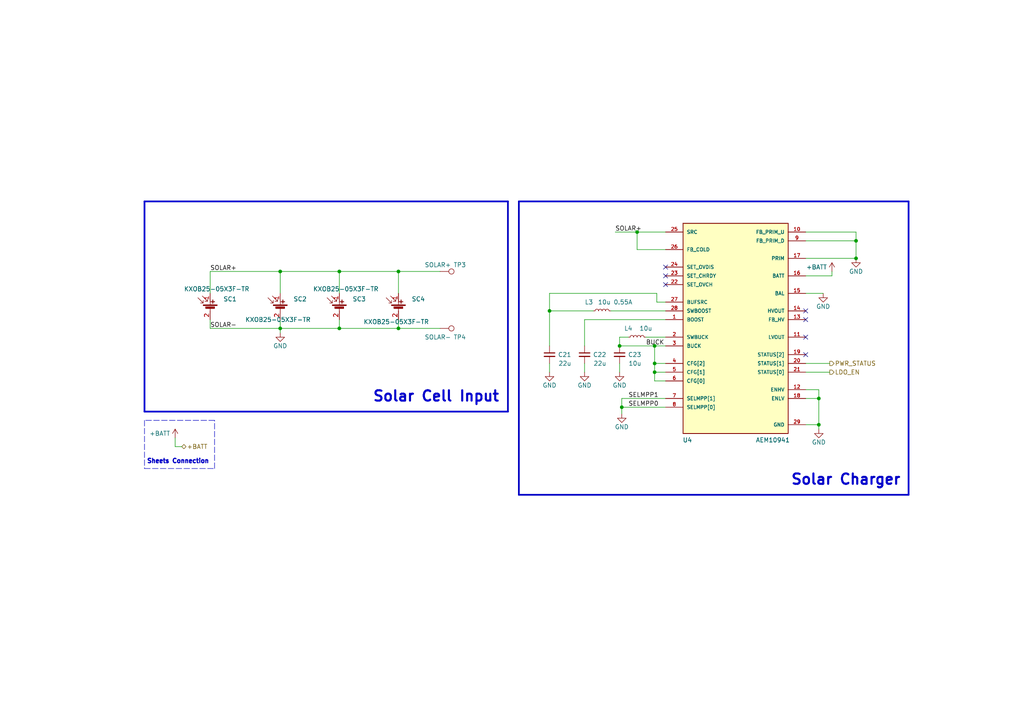
<source format=kicad_sch>
(kicad_sch (version 20231120) (generator "eeschema") (generator_version "8.0")
  (paper "A4")
  (title_block (title "Solar Power") (date "2024-04-06") (rev "5") (company "Teapot Laboratories"))
  (lib_symbols
    (symbol "Connector:TestPoint" (pin_numbers hide) (pin_names (offset 0.762) hide)
      (property "Reference" "TP" (at 0 6.858 0))
      (property "Value" "TestPoint" (at 0 5.08 0))
      (symbol "TestPoint_0_1"
        (circle (center 0 3.302) (radius 0.762))
      )
      (symbol "TestPoint_1_1"
        (pin passive line (at 0 0 90) (length 2.54) (name "1") (number "1"))
      )
    )
    (symbol "Device:C_Small" (pin_numbers hide) (pin_names (offset 0.254) hide)
      (property "Reference" "C" (at 0.254 1.778 0))
      (property "Value" "C_Small" (at 0.254 -2.032 0))
      (symbol "C_Small_0_1"
        (polyline (pts (xy -1.524 -0.508) (xy 1.524 -0.508)) (stroke (width 0.3302)))
        (polyline (pts (xy -1.524 0.508) (xy 1.524 0.508)) (stroke (width 0.3048)))
      )
      (symbol "C_Small_1_1"
        (pin passive line (at 0 2.54 270) (length 2.032) (name "~") (number "1"))
        (pin passive line (at 0 -2.54 90) (length 2.032) (name "~") (number "2"))
      )
    )
    (symbol "Device:L_Small" (pin_numbers hide) (pin_names (offset 0.254) hide)
      (property "Reference" "L" (at 0.762 1.016 0))
      (property "Value" "L_Small" (at 0.762 -1.016 0))
      (symbol "L_Small_0_1"
        (arc (start 0 -2.032) (mid 0.5058 -1.524) (end 0 -1.016))
        (arc (start 0 -1.016) (mid 0.5058 -0.508) (end 0 0))
        (arc (start 0 0) (mid 0.5058 0.508) (end 0 1.016))
        (arc (start 0 1.016) (mid 0.5058 1.524) (end 0 2.032))
      )
      (symbol "L_Small_1_1"
        (pin passive line (at 0 2.54 270) (length 0.508) (name "~") (number "1"))
        (pin passive line (at 0 -2.54 90) (length 0.508) (name "~") (number "2"))
      )
    )
    (symbol "Solar_Cell_1" (pin_names (offset 0) hide)
      (property "Reference" "SC" (at 2.54 2.54 0))
      (property "Value" "Solar_Cell_1" (at 2.54 0 0))
      (symbol "Solar_Cell_1_0_1"
        (rectangle (start -2.032 1.778) (end 2.032 1.524) (fill (type outline)))
        (rectangle (start -1.3208 1.1938) (end 1.27 0.6858) (fill (type outline)))
        (polyline (pts (xy -2.032 2.286) (xy -3.556 3.81)))
        (polyline (pts (xy -0.762 2.794) (xy -2.286 4.318)))
        (polyline (pts (xy 0 0.762) (xy 0 0)))
        (polyline (pts (xy 0 1.778) (xy 0 2.54)))
        (polyline (pts (xy 0.254 2.667) (xy 1.27 2.667)) (stroke (width 0.254)))
        (polyline (pts (xy 0.762 3.175) (xy 0.762 2.159)) (stroke (width 0.254)))
        (polyline (pts (xy -2.032 3.048) (xy -2.032 2.286) (xy -2.794 2.286)))
        (polyline (pts (xy -0.762 3.556) (xy -0.762 2.794) (xy -1.524 2.794)))
      )
      (symbol "Solar_Cell_1_1_1"
        (pin passive line (at 0 5.08 270) (length 2.54) (name "+") (number "1"))
        (pin passive line (at 0 -2.54 90) (length 2.54) (name "-") (number "2"))
      )
    )
    (symbol "atlas:AEM10941-QFN" (pin_names (offset 1.016))
      (property "Reference" "U" (at -15.24 31.242 0))
      (property "Value" "AEM10941" (at -20.32 -33.02 0))
      (property "Part Number" "AEM10941" (at 0 0 0))
      (symbol "AEM10941-QFN_0_0"
        (rectangle (start -15.24 30.48) (end 15.24 -30.48) (stroke (width 0.254)) (fill (type background)))
        (pin output line (at -20.32 2.54 0) (length 5.08) (name "BOOST") (number "1"))
        (pin bidirectional line (at 20.32 27.94 180) (length 5.08) (name "FB_PRIM_U") (number "10"))
        (pin output line (at 20.32 -2.54 180) (length 5.08) (name "LVOUT") (number "11"))
        (pin input line (at 20.32 -17.78 180) (length 5.08) (name "ENHV") (number "12"))
        (pin bidirectional line (at 20.32 2.54 180) (length 5.08) (name "FB_HV") (number "13"))
        (pin output line (at 20.32 5.08 180) (length 5.08) (name "HVOUT") (number "14"))
        (pin bidirectional line (at 20.32 10.16 180) (length 5.08) (name "BAL") (number "15"))
        (pin output line (at 20.32 15.24 180) (length 5.08) (name "BATT") (number "16"))
        (pin bidirectional line (at 20.32 20.32 180) (length 5.08) (name "PRIM") (number "17"))
        (pin input line (at 20.32 -20.32 180) (length 5.08) (name "ENLV") (number "18"))
        (pin output line (at 20.32 -7.62 180) (length 5.08) (name "STATUS[2]") (number "19"))
        (pin bidirectional line (at -20.32 -2.54 0) (length 5.08) (name "SWBUCK") (number "2"))
        (pin output line (at 20.32 -10.16 180) (length 5.08) (name "STATUS[1]") (number "20"))
        (pin output line (at 20.32 -12.7 180) (length 5.08) (name "STATUS[0]") (number "21"))
        (pin bidirectional line (at -20.32 12.7 0) (length 5.08) (name "SET_OVCH") (number "22"))
        (pin bidirectional line (at -20.32 15.24 0) (length 5.08) (name "SET_CHRDY") (number "23"))
        (pin bidirectional line (at -20.32 17.78 0) (length 5.08) (name "SET_OVDIS") (number "24"))
        (pin input line (at -20.32 27.94 0) (length 5.08) (name "SRC") (number "25"))
        (pin bidirectional line (at -20.32 22.86 0) (length 5.08) (name "FB_COLD") (number "26"))
        (pin bidirectional line (at -20.32 7.62 0) (length 5.08) (name "BUFSRC") (number "27"))
        (pin bidirectional line (at -20.32 5.08 0) (length 5.08) (name "SWBOOST") (number "28"))
        (pin power_in line (at 20.32 -27.94 180) (length 5.08) (name "GND") (number "29"))
        (pin output line (at -20.32 -5.08 0) (length 5.08) (name "BUCK") (number "3"))
        (pin bidirectional line (at -20.32 -10.16 0) (length 5.08) (name "CFG[2]") (number "4"))
        (pin bidirectional line (at -20.32 -12.7 0) (length 5.08) (name "CFG[1]") (number "5"))
        (pin bidirectional line (at -20.32 -15.24 0) (length 5.08) (name "CFG[0]") (number "6"))
        (pin bidirectional line (at -20.32 -20.32 0) (length 5.08) (name "SELMPP[1]") (number "7"))
        (pin bidirectional line (at -20.32 -22.86 0) (length 5.08) (name "SELMPP[0]") (number "8"))
        (pin bidirectional line (at 20.32 25.4 180) (length 5.08) (name "FB_PRIM_D") (number "9"))
      )
    )
    (symbol "power:+BATT" (power) (pin_names (offset 0))
      (property "Value" "+BATT" (at 0 3.556 0))
      (symbol "+BATT_0_1"
        (polyline (pts (xy -0.762 1.27) (xy 0 2.54)))
        (polyline (pts (xy 0 0) (xy 0 2.54)))
        (polyline (pts (xy 0 2.54) (xy 0.762 1.27)))
      )
      (symbol "+BATT_1_1"
        (pin power_in line (at 0 0 90) (length 0) hide (name "+BATT") (number "1"))
      )
    )
    (symbol "power:GND" (power) (pin_names (offset 0))
      (property "Value" "GND" (at 0 -3.81 0))
      (symbol "GND_0_1"
        (polyline (pts (xy 0 0) (xy 0 -1.27) (xy 1.27 -1.27) (xy 0 -2.54) (xy -1.27 -1.27) (xy 0 -1.27)))
      )
      (symbol "GND_1_1"
        (pin power_in line (at 0 0 270) (length 0) hide (name "GND") (number "1"))
      )
    )
  )
  (junction (at 98.425 78.74))
  (junction (at 184.785 67.31))
  (junction (at 115.57 95.25))
  (junction (at 180.34 118.11))
  (junction (at 81.28 78.74))
  (junction (at 189.865 100.33))
  (junction (at 248.285 74.93))
  (junction (at 189.865 105.41))
  (junction (at 237.49 123.19))
  (junction (at 237.49 115.57))
  (junction (at 98.425 95.25))
  (junction (at 248.285 69.85))
  (junction (at 189.865 107.95))
  (junction (at 81.28 95.25))
  (junction (at 179.705 100.33))
  (junction (at 159.385 90.17))
  (junction (at 115.57 78.74))
  (no_connect (at 233.68 97.79))
  (no_connect (at 193.04 77.47))
  (no_connect (at 193.04 80.01))
  (no_connect (at 193.04 82.55))
  (no_connect (at 233.68 102.87))
  (no_connect (at 233.68 90.17))
  (no_connect (at 233.68 92.71))
  (wire (pts (xy 179.705 100.33) (xy 189.865 100.33)))
  (wire (pts (xy 233.68 67.31) (xy 248.285 67.31)))
  (wire (pts (xy 193.04 87.63) (xy 190.5 87.63)))
  (polyline (pts (xy 263.525 58.42) (xy 263.525 143.51)) (stroke (width 0.5)))
  (wire (pts (xy 98.425 78.74) (xy 98.425 85.09)))
  (wire (pts (xy 184.785 72.39) (xy 193.04 72.39)))
  (polyline (pts (xy 62.23 121.92) (xy 41.91 121.92)) (stroke (width 0) (type dash)))
  (wire (pts (xy 189.865 110.49) (xy 193.04 110.49)))
  (wire (pts (xy 81.28 92.71) (xy 81.28 95.25)))
  (wire (pts (xy 190.5 85.09) (xy 159.385 85.09)))
  (wire (pts (xy 184.785 67.31) (xy 193.04 67.31)))
  (wire (pts (xy 169.545 92.71) (xy 169.545 100.33)))
  (wire (pts (xy 233.68 115.57) (xy 237.49 115.57)))
  (wire (pts (xy 233.68 105.41) (xy 240.665 105.41)))
  (wire (pts (xy 178.435 67.31) (xy 184.785 67.31)))
  (wire (pts (xy 169.545 105.41) (xy 169.545 107.95)))
  (wire (pts (xy 189.865 100.33) (xy 193.04 100.33)))
  (wire (pts (xy 241.3 80.01) (xy 241.3 78.74)))
  (polyline (pts (xy 62.23 135.89) (xy 62.23 121.92)) (stroke (width 0) (type dash)))
  (polyline (pts (xy 41.91 58.42) (xy 41.91 119.38)) (stroke (width 0.5)))
  (wire (pts (xy 60.96 78.74) (xy 81.28 78.74)))
  (wire (pts (xy 81.28 95.25) (xy 81.28 96.52)))
  (wire (pts (xy 237.49 123.19) (xy 237.49 124.46)))
  (wire (pts (xy 115.57 92.71) (xy 115.57 95.25)))
  (wire (pts (xy 98.425 92.71) (xy 98.425 95.25)))
  (wire (pts (xy 115.57 78.74) (xy 115.57 85.09)))
  (wire (pts (xy 81.28 95.25) (xy 98.425 95.25)))
  (wire (pts (xy 248.285 69.85) (xy 248.285 74.93)))
  (wire (pts (xy 98.425 95.25) (xy 115.57 95.25)))
  (wire (pts (xy 98.425 78.74) (xy 115.57 78.74)))
  (wire (pts (xy 189.865 100.33) (xy 189.865 105.41)))
  (wire (pts (xy 187.325 97.79) (xy 193.04 97.79)))
  (wire (pts (xy 81.28 78.74) (xy 98.425 78.74)))
  (wire (pts (xy 159.385 105.41) (xy 159.385 107.95)))
  (wire (pts (xy 233.68 85.09) (xy 238.76 85.09)))
  (wire (pts (xy 60.96 95.25) (xy 81.28 95.25)))
  (wire (pts (xy 189.865 110.49) (xy 189.865 107.95)))
  (wire (pts (xy 180.34 118.11) (xy 193.04 118.11)))
  (polyline (pts (xy 147.32 58.42) (xy 147.32 119.38)) (stroke (width 0.5)))
  (wire (pts (xy 189.865 105.41) (xy 193.04 105.41)))
  (wire (pts (xy 189.865 107.95) (xy 193.04 107.95)))
  (wire (pts (xy 233.68 123.19) (xy 237.49 123.19)))
  (wire (pts (xy 159.385 90.17) (xy 159.385 100.33)))
  (wire (pts (xy 177.165 90.17) (xy 193.04 90.17)))
  (wire (pts (xy 233.68 74.93) (xy 248.285 74.93)))
  (wire (pts (xy 237.49 115.57) (xy 237.49 123.19)))
  (wire (pts (xy 248.285 67.31) (xy 248.285 69.85)))
  (wire (pts (xy 233.68 69.85) (xy 248.285 69.85)))
  (wire (pts (xy 60.96 78.74) (xy 60.96 85.09)))
  (wire (pts (xy 233.68 80.01) (xy 241.3 80.01)))
  (polyline (pts (xy 150.495 58.42) (xy 150.495 143.51)) (stroke (width 0.5)))
  (polyline (pts (xy 41.91 58.42) (xy 147.32 58.42)) (stroke (width 0.5)))
  (wire (pts (xy 233.68 107.95) (xy 240.665 107.95)))
  (wire (pts (xy 81.28 78.74) (xy 81.28 85.09)))
  (wire (pts (xy 50.8 129.54) (xy 52.705 129.54)))
  (polyline (pts (xy 263.525 58.42) (xy 150.495 58.42)) (stroke (width 0.5)))
  (wire (pts (xy 190.5 87.63) (xy 190.5 85.09)))
  (wire (pts (xy 179.705 105.41) (xy 179.705 107.95)))
  (polyline (pts (xy 41.91 121.92) (xy 41.91 135.89)) (stroke (width 0) (type dash)))
  (wire (pts (xy 179.705 97.79) (xy 179.705 100.33)))
  (wire (pts (xy 115.57 95.25) (xy 127.635 95.25)))
  (wire (pts (xy 237.49 113.03) (xy 237.49 115.57)))
  (wire (pts (xy 159.385 85.09) (xy 159.385 90.17)))
  (wire (pts (xy 115.57 78.74) (xy 127.635 78.74)))
  (wire (pts (xy 182.245 97.79) (xy 179.705 97.79)))
  (wire (pts (xy 180.34 115.57) (xy 180.34 118.11)))
  (wire (pts (xy 50.8 127) (xy 50.8 129.54)))
  (wire (pts (xy 180.34 115.57) (xy 193.04 115.57)))
  (polyline (pts (xy 147.32 119.38) (xy 41.91 119.38)) (stroke (width 0.5)))
  (wire (pts (xy 169.545 92.71) (xy 193.04 92.71)))
  (wire (pts (xy 159.385 90.17) (xy 172.085 90.17)))
  (polyline (pts (xy 41.91 135.89) (xy 62.23 135.89)) (stroke (width 0) (type dash)))
  (wire (pts (xy 189.865 107.95) (xy 189.865 105.41)))
  (wire (pts (xy 184.785 67.31) (xy 184.785 72.39)))
  (wire (pts (xy 233.68 113.03) (xy 237.49 113.03)))
  (polyline (pts (xy 150.495 143.51) (xy 263.525 143.51)) (stroke (width 0.5)))
  (wire (pts (xy 60.96 95.25) (xy 60.96 92.71)))
  (wire (pts (xy 180.34 120.015) (xy 180.34 118.11)))
  (text "Solar Cell Input" (at 107.95 116.84 0) (effects (font (size 3 3) (thickness 0.6) (bold yes)) (justify left bottom)))
  (text "Sheets Connection" (at 42.545 134.62 0) (effects (font (size 1.27 1.27) (thickness 0.6) (bold yes)) (justify left bottom)))
  (text "Solar Charger" (at 229.235 140.97 0) (effects (font (size 3 3) (thickness 0.6) (bold yes)) (justify left bottom)))
  (label "SOLAR+" (at 178.435 67.31 0))
  (label "SELMPP0" (at 182.245 118.11 0))
  (label "SOLAR-" (at 60.96 95.25 0))
  (label "BUCK" (at 187.325 100.33 0))
  (label "SELMPP1" (at 182.245 115.57 0))
  (label "SOLAR+" (at 60.96 78.74 0))
  (hierarchical_label "LDO_EN" (shape output) (at 240.665 107.95 0))
  (hierarchical_label "+BATT" (shape bidirectional) (at 52.705 129.54 0))
  (hierarchical_label "PWR_STATUS" (shape output) (at 240.665 105.41 0))
  (symbol (lib_id "power:GND") (at 179.705 107.95 0) (unit 1)
    (property "Reference" "#PWR053" (effects (hide yes)))
    (property "Value" "GND" (at 179.705 111.76 0))
    (instances (project "atlas" (path "" (reference "#PWR053") (unit 1))) (project "bwlr1e" (path "" (reference "#PWR0111") (unit 1))))
  )
  (symbol (lib_name "Solar_Cell_1") (lib_id "Device:Solar_Cell") (at 98.425 90.17 0) (unit 1)
    (property "Reference" "SC3" (at 102.235 86.7409 0) (effects (justify left)))
    (property "Value" "KXOB25-05X3F-TR" (at 90.805 83.82 0) (effects (justify left)))
    (property "Footprint" "atlas:KXOB25-05X3F" (effects (hide yes)))
    (property "Datasheet" "https://waf-e.dubudisk.com/anysolar.dubuplus.com/techsupport@anysolar.biz/O18Ae07/DubuDisk/www/Gen3/KXOB25-05X3F%20DATA%20SHEET%20202007.pdf" (effects (hide yes)))
    (property "Part Description" "Solar Cell G3 Thin 2.07V 30.7MW" (effects (hide yes)))
    (property "Manufacturer" "ANYSOLAR Ltd" (effects (hide yes)))
    (property "Manufacturer Part Number" "KXOB25-05X3F-TR" (effects (hide yes)))
    (property "Distributor" "Digikey" (effects (hide yes)))
    (property "Distributor Part Number" "KXOB25-05X3FCT-ND" (effects (hide yes)))
    (property "Distributor Link" "https://www.digikey.com/en/products/detail/anysolar-ltd/KXOB25-05X3F-TR/9990478" (effects (hide yes)))
    (instances (project "atlas" (path "" (reference "SC3") (unit 1))) (project "bwlr1e" (path "" (reference "SC4") (unit 1))))
  )
  (symbol (lib_id "Device:C_Small") (at 179.705 102.87 0) (unit 1)
    (property "Reference" "C23" (at 186.055 102.87 0) (effects (justify right)))
    (property "Value" "10u" (at 186.055 105.41 0) (effects (justify right)))
    (property "Footprint" "Capacitor_SMD:C_0603_1608Metric" (effects (hide yes)))
    (property "Datasheet" "https://datasheet.lcsc.com/lcsc/2304140030_Samsung-Electro-Mechanics-CL10A106KP8NNNC_C19702.pdf" (effects (hide yes)))
    (property "Part Description" "Ceramic Capacitor 10V 10uF X5R ±10%" (effects (hide yes)))
    (property "Manufacturer" "Samsung Electro-Mechanics" (effects (hide yes)))
    (property "Manufacturer Part Number" "CL10A106KP8NNNC" (effects (hide yes)))
    (property "Distributor" "LCSC" (effects (hide yes)))
    (property "Distributor Part Number" "C19702" (effects (hide yes)))
    (property "Distributor Link" "https://www.lcsc.com/product-detail/Multilayer-Ceramic-Capacitors-MLCC-SMD-SMT_Samsung-Electro-Mechanics-CL10A106KP8NNNC_C19702.html" (effects (hide yes)))
    (instances (project "atlas" (path "" (reference "C23") (unit 1))) (project "bwlr1e" (path "" (reference "C8") (unit 1))))
  )
  (symbol (lib_id "Device:L_Small") (at 184.785 97.79 90) (unit 1)
    (property "Reference" "L4" (at 182.245 95.25 90))
    (property "Value" "10u" (at 187.325 95.25 90))
    (property "Footprint" "Inductor_SMD:L_0603_1608Metric" (effects (hide yes)))
    (property "Datasheet" "https://product.tdk.com/system/files/dam/doc/product/inductor/inductor/smd/catalog/inductor_commercial_decoupling_mlz1608_en.pdf" (effects (hide yes)))
    (property "Part Description" "Power Inductors 10uH ±20% 90mA 1.05Ω" (effects (hide yes)))
    (property "Manufacturer" "TDK" (effects (hide yes)))
    (property "Manufacturer Part Number" "MLZ1608M100WT000" (effects (hide yes)))
    (property "Distributor" "LCSC" (effects (hide yes)))
    (property "Distributor Part Number" "C76798" (effects (hide yes)))
    (property "Distributor Link" "https://www.lcsc.com/product-detail/Inductors-SMD_TDK-MLZ1608M100WT000_C76798.html" (effects (hide yes)))
    (instances (project "atlas" (path "" (reference "L4") (unit 1))) (project "bwlr1e" (path "" (reference "L3") (unit 1))))
  )
  (symbol (lib_id "power:GND") (at 237.49 124.46 0) (unit 1)
    (property "Reference" "#PWR055" (effects (hide yes)))
    (property "Value" "GND" (at 237.49 128.27 0))
    (instances (project "atlas" (path "" (reference "#PWR055") (unit 1))) (project "bwlr1e" (path "" (reference "#PWR0109") (unit 1))))
  )
  (symbol (lib_id "Device:C_Small") (at 169.545 102.87 0) (unit 1)
    (property "Reference" "C22" (at 175.895 102.87 0) (effects (justify right)))
    (property "Value" "22u" (at 175.895 105.41 0) (effects (justify right)))
    (property "Footprint" "Capacitor_SMD:C_0603_1608Metric" (effects (hide yes)))
    (property "Datasheet" "https://www.mouser.com/datasheet/2/281/1/GRM188R61A226ME15_02A-1985787.pdf" (effects (hide yes)))
    (property "Part Description" "Ceramic Capacitors 10V 22uF X5R ±20%" (effects (hide yes)))
    (property "Manufacturer" "Murata Electronics" (effects (hide yes)))
    (property "Manufacturer Part Number" "GRM188R61A226ME15D" (effects (hide yes)))
    (property "Distributor" "LCSC" (effects (hide yes)))
    (property "Distributor Part Number" "C84419" (effects (hide yes)))
    (property "Distributor Link" "https://www.lcsc.com/product-detail/Multilayer-Ceramic-Capacitors-MLCC-SMD-SMT_Murata-Electronics-GRM188R61A226ME15D_C84419.html" (effects (hide yes)))
    (instances (project "atlas" (path "" (reference "C22") (unit 1))) (project "bwlr1e" (path "" (reference "C6") (unit 1))))
  )
  (symbol (lib_id "power:GND") (at 180.34 120.015 0) (unit 1)
    (property "Reference" "#PWR054" (effects (hide yes)))
    (property "Value" "GND" (at 180.34 123.825 0))
    (instances (project "atlas" (path "" (reference "#PWR054") (unit 1))) (project "bwlr1e" (path "" (reference "#PWR0111") (unit 1))))
  )
  (symbol (lib_id "power:GND") (at 248.285 74.93 0) (unit 1)
    (property "Reference" "#PWR058" (effects (hide yes)))
    (property "Value" "GND" (at 248.285 78.74 0))
    (instances (project "atlas" (path "" (reference "#PWR058") (unit 1))) (project "bwlr1e" (path "" (reference "#PWR0118") (unit 1))))
  )
  (symbol (lib_id "power:+BATT") (at 241.3 78.74 0) (unit 1)
    (property "Reference" "#PWR057" (effects (hide yes)))
    (property "Value" "+BATT" (at 236.855 77.47 0))
    (instances (project "atlas" (path "" (reference "#PWR057") (unit 1))) (project "bwlr1e-prog" (path "" (reference "#PWR018") (unit 1))) (project "feather_rak3172" (path "" (reference "#PWR0131") (unit 1))))
  )
  (symbol (lib_name "Solar_Cell_1") (lib_id "Device:Solar_Cell") (at 60.96 90.17 0) (unit 1)
    (property "Reference" "SC1" (at 64.77 86.7409 0) (effects (justify left)))
    (property "Value" "KXOB25-05X3F-TR" (at 53.34 83.82 0) (effects (justify left)))
    (property "Footprint" "atlas:KXOB25-05X3F" (effects (hide yes)))
    (property "Datasheet" "https://waf-e.dubudisk.com/anysolar.dubuplus.com/techsupport@anysolar.biz/O18Ae07/DubuDisk/www/Gen3/KXOB25-05X3F%20DATA%20SHEET%20202007.pdf" (effects (hide yes)))
    (property "Part Description" "Solar Cell G3 Thin 2.07V 30.7MW" (effects (hide yes)))
    (property "Manufacturer" "ANYSOLAR Ltd" (effects (hide yes)))
    (property "Manufacturer Part Number" "KXOB25-05X3F-TR" (effects (hide yes)))
    (property "Distributor" "Digikey" (effects (hide yes)))
    (property "Distributor Part Number" "KXOB25-05X3FCT-ND" (effects (hide yes)))
    (property "Distributor Link" "https://www.digikey.com/en/products/detail/anysolar-ltd/KXOB25-05X3F-TR/9990478" (effects (hide yes)))
    (instances (project "atlas" (path "" (reference "SC1") (unit 1))) (project "bwlr1e" (path "" (reference "SC4") (unit 1))))
  )
  (symbol (lib_id "atlas:AEM10941-QFN") (at 213.36 95.25 0) (unit 1)
    (property "Reference" "U4" (at 199.39 127.635 0))
    (property "Value" "AEM10941" (at 224.155 127.635 0))
    (property "Footprint" "Package_DFN_QFN:QFN-28-1EP_5x5mm_P0.5mm_EP3.35x3.35mm" (effects (hide yes)))
    (property "Datasheet" "https://e-peas.com/wp-content/uploads/2023/07/e-peas-AEM10941-datasheet-solar-energy-harvesting.pdf" (effects (hide yes)))
    (property "Part Description" "PMIC IC - Photovoltaic Energy Harvesting Manager" (effects (hide yes)))
    (property "Manufacturer" "e-peas" (effects (hide yes)))
    (property "Manufacturer Part Number" "AEM10941-QFN" (effects (hide yes)))
    (property "Distributor" "Mouser" (effects (hide yes)))
    (property "Distributor Part Number" "120-AEM10941-QFN" (effects (hide yes)))
    (property "Distributor Link" "https://www.mouser.com/ProductDetail/e-peas/AEM10941-QFN?qs=W%2FMpXkg%252BdQ7CeqB2lBPbRQ%3D%3D" (effects (hide yes)))
  )
  (symbol (lib_id "power:GND") (at 159.385 107.95 0) (unit 1)
    (property "Reference" "#PWR051" (effects (hide yes)))
    (property "Value" "GND" (at 159.385 111.76 0))
    (instances (project "atlas" (path "" (reference "#PWR051") (unit 1))) (project "bwlr1e" (path "" (reference "#PWR0123") (unit 1))))
  )
  (symbol (lib_id "Device:C_Small") (at 159.385 102.87 0) (unit 1)
    (property "Reference" "C21" (at 165.735 102.87 0) (effects (justify right)))
    (property "Value" "22u" (at 165.735 105.41 0) (effects (justify right)))
    (property "Footprint" "Capacitor_SMD:C_0603_1608Metric" (effects (hide yes)))
    (property "Datasheet" "https://www.mouser.com/datasheet/2/281/1/GRM188R61A226ME15_02A-1985787.pdf" (effects (hide yes)))
    (property "Part Description" "Ceramic Capacitors 10V 22uF X5R ±20%" (effects (hide yes)))
    (property "Manufacturer" "Murata Electronics" (effects (hide yes)))
    (property "Manufacturer Part Number" "GRM188R61A226ME15D" (effects (hide yes)))
    (property "Distributor" "LCSC" (effects (hide yes)))
    (property "Distributor Part Number" "C84419" (effects (hide yes)))
    (property "Distributor Link" "https://www.lcsc.com/product-detail/Multilayer-Ceramic-Capacitors-MLCC-SMD-SMT_Murata-Electronics-GRM188R61A226ME15D_C84419.html" (effects (hide yes)))
    (instances (project "atlas" (path "" (reference "C21") (unit 1))) (project "bwlr1e" (path "" (reference "C6") (unit 1))))
  )
  (symbol (lib_id "Connector:TestPoint") (at 127.635 78.74 270) (unit 1)
    (property "Reference" "TP3" (at 133.35 76.835 90))
    (property "Value" "SOLAR+" (at 127 76.835 90))
    (property "Footprint" "TestPoint:TestPoint_Pad_D1.0mm" (effects (hide yes)))
    (instances (project "atlas" (path "" (reference "TP3") (unit 1))) (project "bwlr1e" (path "" (reference "TP10") (unit 1))))
  )
  (symbol (lib_id "power:GND") (at 169.545 107.95 0) (unit 1)
    (property "Reference" "#PWR052" (effects (hide yes)))
    (property "Value" "GND" (at 169.545 111.76 0))
    (instances (project "atlas" (path "" (reference "#PWR052") (unit 1))) (project "bwlr1e" (path "" (reference "#PWR0110") (unit 1))))
  )
  (symbol (lib_id "Connector:TestPoint") (at 127.635 95.25 270) (unit 1)
    (property "Reference" "TP4" (at 133.35 97.79 90))
    (property "Value" "SOLAR-" (at 127 97.79 90))
    (property "Footprint" "TestPoint:TestPoint_Pad_D1.0mm" (effects (hide yes)))
    (instances (project "atlas" (path "" (reference "TP4") (unit 1))) (project "bwlr1e" (path "" (reference "TP11") (unit 1))))
  )
  (symbol (lib_id "power:GND") (at 81.28 96.52 0) (unit 1)
    (property "Reference" "#PWR050" (effects (hide yes)))
    (property "Value" "GND" (at 81.28 100.33 0))
    (instances (project "atlas" (path "" (reference "#PWR050") (unit 1))) (project "bwlr1e" (path "" (reference "#PWR0121") (unit 1))))
  )
  (symbol (lib_id "power:GND") (at 238.76 85.09 0) (unit 1)
    (property "Reference" "#PWR056" (effects (hide yes)))
    (property "Value" "GND" (at 238.76 88.9 0))
    (instances (project "atlas" (path "" (reference "#PWR056") (unit 1))) (project "bwlr1e" (path "" (reference "#PWR0118") (unit 1))))
  )
  (symbol (lib_id "power:+BATT") (at 50.8 127 0) (unit 1)
    (property "Reference" "#PWR049" (effects (hide yes)))
    (property "Value" "+BATT" (at 46.355 125.73 0))
    (instances (project "atlas" (path "" (reference "#PWR049") (unit 1))) (project "bwlr1e-prog" (path "" (reference "#PWR018") (unit 1))) (project "feather_rak3172" (path "" (reference "#PWR0131") (unit 1))))
  )
  (symbol (lib_name "Solar_Cell_1") (lib_id "Device:Solar_Cell") (at 81.28 90.17 0) (unit 1)
    (property "Reference" "SC2" (at 85.09 86.7409 0) (effects (justify left)))
    (property "Value" "KXOB25-05X3F-TR" (at 71.12 92.71 0) (effects (justify left)))
    (property "Footprint" "atlas:KXOB25-05X3F" (effects (hide yes)))
    (property "Datasheet" "https://waf-e.dubudisk.com/anysolar.dubuplus.com/techsupport@anysolar.biz/O18Ae07/DubuDisk/www/Gen3/KXOB25-05X3F%20DATA%20SHEET%20202007.pdf" (effects (hide yes)))
    (property "Part Description" "Solar Cell G3 Thin 2.07V 30.7MW" (effects (hide yes)))
    (property "Manufacturer" "ANYSOLAR Ltd" (effects (hide yes)))
    (property "Manufacturer Part Number" "KXOB25-05X3F-TR" (effects (hide yes)))
    (property "Distributor" "Digikey" (effects (hide yes)))
    (property "Distributor Part Number" "KXOB25-05X3FCT-ND" (effects (hide yes)))
    (property "Distributor Link" "https://www.digikey.com/en/products/detail/anysolar-ltd/KXOB25-05X3F-TR/9990478" (effects (hide yes)))
    (instances (project "atlas" (path "" (reference "SC2") (unit 1))) (project "bwlr1e" (path "" (reference "SC4") (unit 1))))
  )
  (symbol (lib_id "Device:L_Small") (at 174.625 90.17 90) (unit 1)
    (property "Reference" "L3" (at 170.815 87.63 90))
    (property "Value" "10u 0.55A" (at 178.435 87.63 90))
    (property "Footprint" "atlas:IND_LPS4012-103MRB" (effects (hide yes)))
    (property "Datasheet" "https://www.mouser.com/datasheet/2/597/lps4012-1890589.pdf" (effects (hide yes)))
    (property "Part Description" "Power Inductors - SMD 10uH Shld 20% 1.1A 350 mOhms" (effects (hide yes)))
    (property "Manufacturer" "Coilcraft" (effects (hide yes)))
    (property "Manufacturer Part Number" "LPS4012-103MRC" (effects (hide yes)))
    (property "Distributor" "Mouser" (effects (hide yes)))
    (property "Distributor Part Number" "994-LPS4012-103MRC" (effects (hide yes)))
    (property "Distributor Link" "https://www.mouser.com/ProductDetail/Coilcraft/LPS4012-103MRC?qs=QQJxVsr8EGanxcNaj8pdMQ%3D%3D" (effects (hide yes)))
    (instances (project "atlas" (path "" (reference "L3") (unit 1))) (project "bwlr1e" (path "" (reference "L2") (unit 1))))
  )
  (symbol (lib_name "Solar_Cell_1") (lib_id "Device:Solar_Cell") (at 115.57 90.17 0) (unit 1)
    (property "Reference" "SC4" (at 119.38 86.7409 0) (effects (justify left)))
    (property "Value" "KXOB25-05X3F-TR" (at 105.41 93.345 0) (effects (justify left)))
    (property "Footprint" "atlas:KXOB25-05X3F" (effects (hide yes)))
    (property "Datasheet" "https://waf-e.dubudisk.com/anysolar.dubuplus.com/techsupport@anysolar.biz/O18Ae07/DubuDisk/www/Gen3/KXOB25-05X3F%20DATA%20SHEET%20202007.pdf" (effects (hide yes)))
    (property "Part Description" "Solar Cell G3 Thin 2.07V 30.7MW" (effects (hide yes)))
    (property "Manufacturer" "ANYSOLAR Ltd" (effects (hide yes)))
    (property "Manufacturer Part Number" "KXOB25-05X3F-TR" (effects (hide yes)))
    (property "Distributor" "Digikey" (effects (hide yes)))
    (property "Distributor Part Number" "KXOB25-05X3FCT-ND" (effects (hide yes)))
    (property "Distributor Link" "https://www.digikey.com/en/products/detail/anysolar-ltd/KXOB25-05X3F-TR/9990478" (effects (hide yes)))
  )
)
</source>
